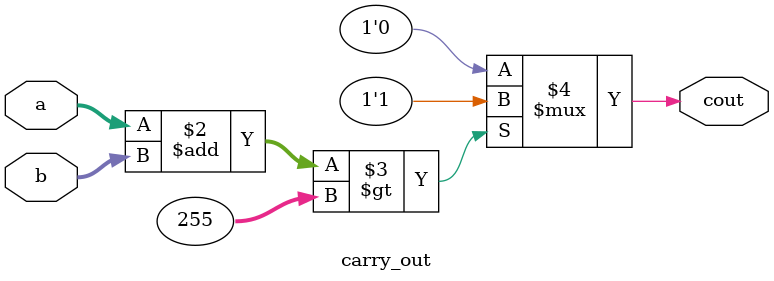
<source format=v>

module top_module (
    input               clk         ,
    input               rst_n       ,
    input       [7:0]   data_in_1   ,
    input       [7:0]   data_in_2   ,
    input               valid_a     ,
    input               ready_b     ,
    output              ready_a     ,
    output              valid_b     ,
    output      [8:0]   data_out
);

wire [8:0] sum;
wire carry;

 adder8 adder_inst (
    .a(data_in_1),
    .b(data_in_2),
    .sum(sum)
);

assign carry = (data_in_1+data_in_2) > 255 ? 1'b1 : 1'b0;

reg [8:0] sum2;
reg [8:0] data_out_r;
reg valid_b_r;

always @(posedge clk or negedge rst_n) begin
    if (!rst_n) begin
        sum2 <= 0;
        data_out_r <= 0;
        valid_b_r <= 0;
    end else begin
        sum2 <= sum + sum2;
        data_out_r <= sum;
        valid_b_r <= valid_a;
    end
end

assign data_out = data_out_r;
assign valid_b = valid_b_r;
assign ready_a = !valid_b || ready_b;

endmodule
module adder8 (
    input       [7:0]   a           ,
    input       [7:0]   b           ,
    output reg  [8:0]   sum
);

always @(*) begin
    sum = a + b;
end

endmodule
module carry_out (
    input       [7:0]   a           ,
    input       [7:0]   b           ,
    output reg          cout
);

always @(*) begin
    cout = (a+b) > 255 ? 1'b1 : 1'b0;
end

endmodule
</source>
